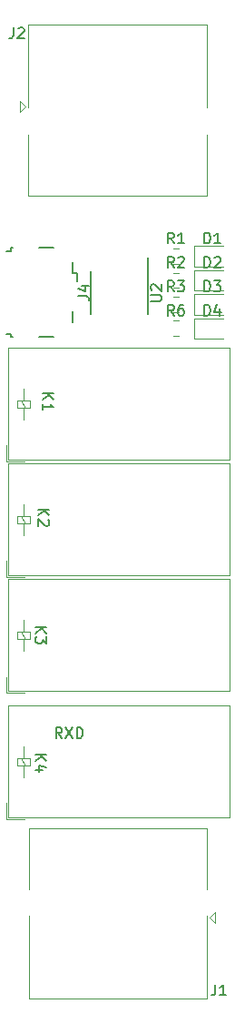
<source format=gto>
G04 #@! TF.GenerationSoftware,KiCad,Pcbnew,(5.1.6-0-10_14)*
G04 #@! TF.CreationDate,2020-09-12T18:40:15-05:00*
G04 #@! TF.ProjectId,NetworkBreaker,4e657477-6f72-46b4-9272-65616b65722e,rev?*
G04 #@! TF.SameCoordinates,Original*
G04 #@! TF.FileFunction,Legend,Top*
G04 #@! TF.FilePolarity,Positive*
%FSLAX46Y46*%
G04 Gerber Fmt 4.6, Leading zero omitted, Abs format (unit mm)*
G04 Created by KiCad (PCBNEW (5.1.6-0-10_14)) date 2020-09-12 18:40:15*
%MOMM*%
%LPD*%
G01*
G04 APERTURE LIST*
%ADD10C,0.150000*%
%ADD11C,0.120000*%
G04 APERTURE END LIST*
D10*
X204997533Y-120251780D02*
X204664200Y-119775590D01*
X204426104Y-120251780D02*
X204426104Y-119251780D01*
X204807057Y-119251780D01*
X204902295Y-119299400D01*
X204949914Y-119347019D01*
X204997533Y-119442257D01*
X204997533Y-119585114D01*
X204949914Y-119680352D01*
X204902295Y-119727971D01*
X204807057Y-119775590D01*
X204426104Y-119775590D01*
X205330866Y-119251780D02*
X205997533Y-120251780D01*
X205997533Y-119251780D02*
X205330866Y-120251780D01*
X206378485Y-120251780D02*
X206378485Y-119251780D01*
X206616580Y-119251780D01*
X206759438Y-119299400D01*
X206854676Y-119394638D01*
X206902295Y-119489876D01*
X206949914Y-119680352D01*
X206949914Y-119823209D01*
X206902295Y-120013685D01*
X206854676Y-120108923D01*
X206759438Y-120204161D01*
X206616580Y-120251780D01*
X206378485Y-120251780D01*
D11*
X215337022Y-82841200D02*
X215854178Y-82841200D01*
X215337022Y-81421200D02*
X215854178Y-81421200D01*
X217314200Y-83091200D02*
X219999200Y-83091200D01*
X217314200Y-81171200D02*
X217314200Y-83091200D01*
X219999200Y-81171200D02*
X217314200Y-81171200D01*
X215337022Y-80606000D02*
X215854178Y-80606000D01*
X215337022Y-79186000D02*
X215854178Y-79186000D01*
X215337022Y-78370800D02*
X215854178Y-78370800D01*
X215337022Y-76950800D02*
X215854178Y-76950800D01*
X215337022Y-76135600D02*
X215854178Y-76135600D01*
X215337022Y-74715600D02*
X215854178Y-74715600D01*
X217314200Y-80856000D02*
X219999200Y-80856000D01*
X217314200Y-78936000D02*
X217314200Y-80856000D01*
X219999200Y-78936000D02*
X217314200Y-78936000D01*
X217314200Y-78620800D02*
X219999200Y-78620800D01*
X217314200Y-76700800D02*
X217314200Y-78620800D01*
X219999200Y-76700800D02*
X217314200Y-76700800D01*
X217314200Y-76385600D02*
X219999200Y-76385600D01*
X217314200Y-74465600D02*
X217314200Y-76385600D01*
X219999200Y-74465600D02*
X217314200Y-74465600D01*
D10*
X213037400Y-75554200D02*
X213037400Y-80829200D01*
X207637400Y-76829200D02*
X207637400Y-80829200D01*
X205956000Y-80578400D02*
X205956000Y-81578400D01*
X205956000Y-76978400D02*
X205956000Y-75978400D01*
X206381000Y-76978400D02*
X205956000Y-76978400D01*
X206381000Y-77703400D02*
X206381000Y-76978400D01*
X202806000Y-82928400D02*
X204206000Y-82928400D01*
X200256000Y-82928400D02*
X200406000Y-82928400D01*
X200256000Y-82628400D02*
X200256000Y-82928400D01*
X199806000Y-82628400D02*
X200256000Y-82628400D01*
X200256000Y-74928400D02*
X199806000Y-74928400D01*
X200256000Y-74628400D02*
X200256000Y-74928400D01*
X200406000Y-74628400D02*
X200256000Y-74628400D01*
X204206000Y-74628400D02*
X202806000Y-74628400D01*
D11*
X201104000Y-60963600D02*
X201604000Y-61463600D01*
X201104000Y-61963600D02*
X201104000Y-60963600D01*
X201604000Y-61463600D02*
X201104000Y-61963600D01*
X218484000Y-69778600D02*
X218484000Y-64103600D01*
X201844000Y-69778600D02*
X201844000Y-64103600D01*
X201844000Y-69778600D02*
X218484000Y-69778600D01*
X218484000Y-53898600D02*
X218484000Y-61603600D01*
X201844000Y-53898600D02*
X201844000Y-61603600D01*
X201844000Y-53898600D02*
X218484000Y-53898600D01*
X219274800Y-137436400D02*
X218774800Y-136936400D01*
X219274800Y-136436400D02*
X219274800Y-137436400D01*
X218774800Y-136936400D02*
X219274800Y-136436400D01*
X201894800Y-128621400D02*
X201894800Y-134296400D01*
X218534800Y-128621400D02*
X218534800Y-134296400D01*
X218534800Y-128621400D02*
X201894800Y-128621400D01*
X201894800Y-144501400D02*
X201894800Y-136796400D01*
X218534800Y-144501400D02*
X218534800Y-136796400D01*
X218534800Y-144501400D02*
X201894800Y-144501400D01*
X200787300Y-122074800D02*
X200787300Y-122774800D01*
X201987300Y-122074800D02*
X200787300Y-122074800D01*
X201987300Y-122774800D02*
X201987300Y-122074800D01*
X200787300Y-122774800D02*
X201987300Y-122774800D01*
X201587300Y-122774800D02*
X201187300Y-122074800D01*
X201387300Y-122074800D02*
X201387300Y-120974800D01*
X201387300Y-122774800D02*
X201387300Y-123874800D01*
X220587300Y-117174800D02*
X220587300Y-127574800D01*
X199987300Y-117174800D02*
X220587300Y-117174800D01*
X199987300Y-127574800D02*
X199987300Y-117174800D01*
X220587300Y-127574800D02*
X199987300Y-127574800D01*
X199787300Y-127774800D02*
X199787300Y-126274800D01*
X201487300Y-127774800D02*
X199787300Y-127774800D01*
X200787300Y-110340000D02*
X200787300Y-111040000D01*
X201987300Y-110340000D02*
X200787300Y-110340000D01*
X201987300Y-111040000D02*
X201987300Y-110340000D01*
X200787300Y-111040000D02*
X201987300Y-111040000D01*
X201587300Y-111040000D02*
X201187300Y-110340000D01*
X201387300Y-110340000D02*
X201387300Y-109240000D01*
X201387300Y-111040000D02*
X201387300Y-112140000D01*
X220587300Y-105440000D02*
X220587300Y-115840000D01*
X199987300Y-105440000D02*
X220587300Y-105440000D01*
X199987300Y-115840000D02*
X199987300Y-105440000D01*
X220587300Y-115840000D02*
X199987300Y-115840000D01*
X199787300Y-116040000D02*
X199787300Y-114540000D01*
X201487300Y-116040000D02*
X199787300Y-116040000D01*
X200787300Y-99570400D02*
X200787300Y-100270400D01*
X201987300Y-99570400D02*
X200787300Y-99570400D01*
X201987300Y-100270400D02*
X201987300Y-99570400D01*
X200787300Y-100270400D02*
X201987300Y-100270400D01*
X201587300Y-100270400D02*
X201187300Y-99570400D01*
X201387300Y-99570400D02*
X201387300Y-98470400D01*
X201387300Y-100270400D02*
X201387300Y-101370400D01*
X220587300Y-94670400D02*
X220587300Y-105070400D01*
X199987300Y-94670400D02*
X220587300Y-94670400D01*
X199987300Y-105070400D02*
X199987300Y-94670400D01*
X220587300Y-105070400D02*
X199987300Y-105070400D01*
X199787300Y-105270400D02*
X199787300Y-103770400D01*
X201487300Y-105270400D02*
X199787300Y-105270400D01*
X200787300Y-88800800D02*
X200787300Y-89500800D01*
X201987300Y-88800800D02*
X200787300Y-88800800D01*
X201987300Y-89500800D02*
X201987300Y-88800800D01*
X200787300Y-89500800D02*
X201987300Y-89500800D01*
X201587300Y-89500800D02*
X201187300Y-88800800D01*
X201387300Y-88800800D02*
X201387300Y-87700800D01*
X201387300Y-89500800D02*
X201387300Y-90600800D01*
X220587300Y-83900800D02*
X220587300Y-94300800D01*
X199987300Y-83900800D02*
X220587300Y-83900800D01*
X199987300Y-94300800D02*
X199987300Y-83900800D01*
X220587300Y-94300800D02*
X199987300Y-94300800D01*
X199787300Y-94500800D02*
X199787300Y-93000800D01*
X201487300Y-94500800D02*
X199787300Y-94500800D01*
D10*
X215428933Y-80933580D02*
X215095600Y-80457390D01*
X214857504Y-80933580D02*
X214857504Y-79933580D01*
X215238457Y-79933580D01*
X215333695Y-79981200D01*
X215381314Y-80028819D01*
X215428933Y-80124057D01*
X215428933Y-80266914D01*
X215381314Y-80362152D01*
X215333695Y-80409771D01*
X215238457Y-80457390D01*
X214857504Y-80457390D01*
X216286076Y-79933580D02*
X216095600Y-79933580D01*
X216000361Y-79981200D01*
X215952742Y-80028819D01*
X215857504Y-80171676D01*
X215809885Y-80362152D01*
X215809885Y-80743104D01*
X215857504Y-80838342D01*
X215905123Y-80885961D01*
X216000361Y-80933580D01*
X216190838Y-80933580D01*
X216286076Y-80885961D01*
X216333695Y-80838342D01*
X216381314Y-80743104D01*
X216381314Y-80505009D01*
X216333695Y-80409771D01*
X216286076Y-80362152D01*
X216190838Y-80314533D01*
X216000361Y-80314533D01*
X215905123Y-80362152D01*
X215857504Y-80409771D01*
X215809885Y-80505009D01*
X218261104Y-80933580D02*
X218261104Y-79933580D01*
X218499200Y-79933580D01*
X218642057Y-79981200D01*
X218737295Y-80076438D01*
X218784914Y-80171676D01*
X218832533Y-80362152D01*
X218832533Y-80505009D01*
X218784914Y-80695485D01*
X218737295Y-80790723D01*
X218642057Y-80885961D01*
X218499200Y-80933580D01*
X218261104Y-80933580D01*
X219689676Y-80266914D02*
X219689676Y-80933580D01*
X219451580Y-79885961D02*
X219213485Y-80600247D01*
X219832533Y-80600247D01*
X215428933Y-78698380D02*
X215095600Y-78222190D01*
X214857504Y-78698380D02*
X214857504Y-77698380D01*
X215238457Y-77698380D01*
X215333695Y-77746000D01*
X215381314Y-77793619D01*
X215428933Y-77888857D01*
X215428933Y-78031714D01*
X215381314Y-78126952D01*
X215333695Y-78174571D01*
X215238457Y-78222190D01*
X214857504Y-78222190D01*
X215762266Y-77698380D02*
X216381314Y-77698380D01*
X216047980Y-78079333D01*
X216190838Y-78079333D01*
X216286076Y-78126952D01*
X216333695Y-78174571D01*
X216381314Y-78269809D01*
X216381314Y-78507904D01*
X216333695Y-78603142D01*
X216286076Y-78650761D01*
X216190838Y-78698380D01*
X215905123Y-78698380D01*
X215809885Y-78650761D01*
X215762266Y-78603142D01*
X215428933Y-76463180D02*
X215095600Y-75986990D01*
X214857504Y-76463180D02*
X214857504Y-75463180D01*
X215238457Y-75463180D01*
X215333695Y-75510800D01*
X215381314Y-75558419D01*
X215428933Y-75653657D01*
X215428933Y-75796514D01*
X215381314Y-75891752D01*
X215333695Y-75939371D01*
X215238457Y-75986990D01*
X214857504Y-75986990D01*
X215809885Y-75558419D02*
X215857504Y-75510800D01*
X215952742Y-75463180D01*
X216190838Y-75463180D01*
X216286076Y-75510800D01*
X216333695Y-75558419D01*
X216381314Y-75653657D01*
X216381314Y-75748895D01*
X216333695Y-75891752D01*
X215762266Y-76463180D01*
X216381314Y-76463180D01*
X215428933Y-74227980D02*
X215095600Y-73751790D01*
X214857504Y-74227980D02*
X214857504Y-73227980D01*
X215238457Y-73227980D01*
X215333695Y-73275600D01*
X215381314Y-73323219D01*
X215428933Y-73418457D01*
X215428933Y-73561314D01*
X215381314Y-73656552D01*
X215333695Y-73704171D01*
X215238457Y-73751790D01*
X214857504Y-73751790D01*
X216381314Y-74227980D02*
X215809885Y-74227980D01*
X216095600Y-74227980D02*
X216095600Y-73227980D01*
X216000361Y-73370838D01*
X215905123Y-73466076D01*
X215809885Y-73513695D01*
X218261104Y-78698380D02*
X218261104Y-77698380D01*
X218499200Y-77698380D01*
X218642057Y-77746000D01*
X218737295Y-77841238D01*
X218784914Y-77936476D01*
X218832533Y-78126952D01*
X218832533Y-78269809D01*
X218784914Y-78460285D01*
X218737295Y-78555523D01*
X218642057Y-78650761D01*
X218499200Y-78698380D01*
X218261104Y-78698380D01*
X219165866Y-77698380D02*
X219784914Y-77698380D01*
X219451580Y-78079333D01*
X219594438Y-78079333D01*
X219689676Y-78126952D01*
X219737295Y-78174571D01*
X219784914Y-78269809D01*
X219784914Y-78507904D01*
X219737295Y-78603142D01*
X219689676Y-78650761D01*
X219594438Y-78698380D01*
X219308723Y-78698380D01*
X219213485Y-78650761D01*
X219165866Y-78603142D01*
X218261104Y-76463180D02*
X218261104Y-75463180D01*
X218499200Y-75463180D01*
X218642057Y-75510800D01*
X218737295Y-75606038D01*
X218784914Y-75701276D01*
X218832533Y-75891752D01*
X218832533Y-76034609D01*
X218784914Y-76225085D01*
X218737295Y-76320323D01*
X218642057Y-76415561D01*
X218499200Y-76463180D01*
X218261104Y-76463180D01*
X219213485Y-75558419D02*
X219261104Y-75510800D01*
X219356342Y-75463180D01*
X219594438Y-75463180D01*
X219689676Y-75510800D01*
X219737295Y-75558419D01*
X219784914Y-75653657D01*
X219784914Y-75748895D01*
X219737295Y-75891752D01*
X219165866Y-76463180D01*
X219784914Y-76463180D01*
X218261104Y-74227980D02*
X218261104Y-73227980D01*
X218499200Y-73227980D01*
X218642057Y-73275600D01*
X218737295Y-73370838D01*
X218784914Y-73466076D01*
X218832533Y-73656552D01*
X218832533Y-73799409D01*
X218784914Y-73989885D01*
X218737295Y-74085123D01*
X218642057Y-74180361D01*
X218499200Y-74227980D01*
X218261104Y-74227980D01*
X219784914Y-74227980D02*
X219213485Y-74227980D01*
X219499200Y-74227980D02*
X219499200Y-73227980D01*
X219403961Y-73370838D01*
X219308723Y-73466076D01*
X219213485Y-73513695D01*
X213264780Y-79591104D02*
X214074304Y-79591104D01*
X214169542Y-79543485D01*
X214217161Y-79495866D01*
X214264780Y-79400628D01*
X214264780Y-79210152D01*
X214217161Y-79114914D01*
X214169542Y-79067295D01*
X214074304Y-79019676D01*
X213264780Y-79019676D01*
X213360019Y-78591104D02*
X213312400Y-78543485D01*
X213264780Y-78448247D01*
X213264780Y-78210152D01*
X213312400Y-78114914D01*
X213360019Y-78067295D01*
X213455257Y-78019676D01*
X213550495Y-78019676D01*
X213693352Y-78067295D01*
X214264780Y-78638723D01*
X214264780Y-78019676D01*
X206508380Y-79111733D02*
X207222666Y-79111733D01*
X207365523Y-79159352D01*
X207460761Y-79254590D01*
X207508380Y-79397447D01*
X207508380Y-79492685D01*
X206841714Y-78206971D02*
X207508380Y-78206971D01*
X206460761Y-78445066D02*
X207175047Y-78683161D01*
X207175047Y-78064114D01*
X200464416Y-54151580D02*
X200464416Y-54865866D01*
X200416797Y-55008723D01*
X200321559Y-55103961D01*
X200178702Y-55151580D01*
X200083464Y-55151580D01*
X200892988Y-54246819D02*
X200940607Y-54199200D01*
X201035845Y-54151580D01*
X201273940Y-54151580D01*
X201369178Y-54199200D01*
X201416797Y-54246819D01*
X201464416Y-54342057D01*
X201464416Y-54437295D01*
X201416797Y-54580152D01*
X200845369Y-55151580D01*
X201464416Y-55151580D01*
X219304866Y-143153180D02*
X219304866Y-143867466D01*
X219257247Y-144010323D01*
X219162009Y-144105561D01*
X219019152Y-144153180D01*
X218923914Y-144153180D01*
X220304866Y-144153180D02*
X219733438Y-144153180D01*
X220019152Y-144153180D02*
X220019152Y-143153180D01*
X219923914Y-143296038D01*
X219828676Y-143391276D01*
X219733438Y-143438895D01*
X202497019Y-121791804D02*
X203497019Y-121791804D01*
X202497019Y-122363233D02*
X203068447Y-121934661D01*
X203497019Y-122363233D02*
X202925590Y-121791804D01*
X203163685Y-123220376D02*
X202497019Y-123220376D01*
X203544638Y-122982280D02*
X202830352Y-122744185D01*
X202830352Y-123363233D01*
X202547819Y-109896136D02*
X203547819Y-109896136D01*
X202547819Y-110467565D02*
X203119247Y-110038993D01*
X203547819Y-110467565D02*
X202976390Y-109896136D01*
X203547819Y-110800898D02*
X203547819Y-111419946D01*
X203166866Y-111086612D01*
X203166866Y-111229470D01*
X203119247Y-111324708D01*
X203071628Y-111372327D01*
X202976390Y-111419946D01*
X202738295Y-111419946D01*
X202643057Y-111372327D01*
X202595438Y-111324708D01*
X202547819Y-111229470D01*
X202547819Y-110943755D01*
X202595438Y-110848517D01*
X202643057Y-110800898D01*
X202801819Y-98965670D02*
X203801819Y-98965670D01*
X202801819Y-99537099D02*
X203373247Y-99108527D01*
X203801819Y-99537099D02*
X203230390Y-98965670D01*
X203706580Y-99918051D02*
X203754200Y-99965670D01*
X203801819Y-100060908D01*
X203801819Y-100299004D01*
X203754200Y-100394242D01*
X203706580Y-100441861D01*
X203611342Y-100489480D01*
X203516104Y-100489480D01*
X203373247Y-100441861D01*
X202801819Y-99870432D01*
X202801819Y-100489480D01*
X203208219Y-88187604D02*
X204208219Y-88187604D01*
X203208219Y-88759033D02*
X203779647Y-88330461D01*
X204208219Y-88759033D02*
X203636790Y-88187604D01*
X203208219Y-89711414D02*
X203208219Y-89139985D01*
X203208219Y-89425700D02*
X204208219Y-89425700D01*
X204065361Y-89330461D01*
X203970123Y-89235223D01*
X203922504Y-89139985D01*
M02*

</source>
